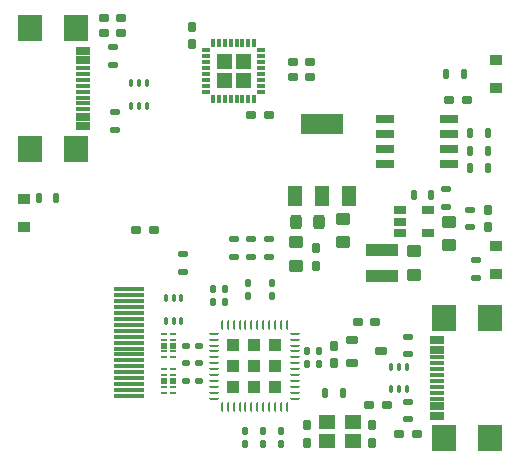
<source format=gtp>
%FSLAX46Y46*%
%MOMM*%
%AMPS36*
21,1,1.000000,1.000000,0.000000,0.000000,180.000000*
4,1,4,
-1.250000,0.500000,
-1.250000,-0.500000,
-2.250000,-0.500000,
-2.250000,0.500000,
-1.250000,0.500000,
0*
4,1,4,
2.250000,-1.250000,
2.250000,-2.250000,
1.250000,-2.250000,
1.250000,-1.250000,
2.250000,-1.250000,
0*
4,1,4,
-1.250000,2.250000,
-1.250000,1.250000,
-2.250000,1.250000,
-2.250000,2.250000,
-1.250000,2.250000,
0*
4,1,4,
2.250000,0.500000,
2.250000,-0.500000,
1.250000,-0.500000,
1.250000,0.500000,
2.250000,0.500000,
0*
4,1,4,
-1.250000,-1.250000,
-1.250000,-2.250000,
-2.250000,-2.250000,
-2.250000,-1.250000,
-1.250000,-1.250000,
0*
4,1,4,
2.250000,2.250000,
2.250000,1.250000,
1.250000,1.250000,
1.250000,2.250000,
2.250000,2.250000,
0*
4,1,4,
0.500000,2.250000,
0.500000,1.250000,
-0.500000,1.250000,
-0.500000,2.250000,
0.500000,2.250000,
0*
4,1,4,
0.500000,-1.250000,
0.500000,-2.250000,
-0.500000,-2.250000,
-0.500000,-1.250000,
0.500000,-1.250000,
0*
%
%ADD36PS36*%
%AMPS30*
21,1,0.900000,1.000000,0.000000,0.000000,90.000000*
%
%ADD30PS30*%
%AMPS43*
21,1,0.900000,1.000000,0.000000,0.000000,270.000000*
%
%ADD43PS43*%
%AMPS18*
21,1,0.250000,0.500000,0.000000,0.000000,90.000000*
%
%ADD18PS18*%
%AMPS21*
21,1,0.250000,0.500000,0.000000,0.000000,270.000000*
%
%ADD21PS21*%
%AMPS39*
21,1,0.600000,1.500000,0.000000,0.000000,90.000000*
%
%ADD39PS39*%
%AMPS38*
21,1,0.600000,1.500000,0.000000,0.000000,270.000000*
%
%ADD38PS38*%
%AMPS19*
21,1,0.450000,0.500000,0.000000,0.000000,90.000000*
%
%ADD19PS19*%
%AMPS20*
21,1,0.450000,0.500000,0.000000,0.000000,270.000000*
%
%ADD20PS20*%
%AMPS40*
21,1,1.250000,1.750000,0.000000,0.000000,0.000000*
%
%ADD40PS40*%
%AMPS44*
21,1,0.600000,1.150000,0.000000,0.000000,90.000000*
%
%ADD44PS44*%
%AMPS26*
21,1,0.600000,1.150000,0.000000,0.000000,270.000000*
%
%ADD26PS26*%
%AMPS48*
21,1,0.300000,0.600000,0.000000,0.000000,0.000000*
%
%ADD48PS48*%
%AMPS50*
21,1,0.300000,0.600000,0.000000,0.000000,90.000000*
%
%ADD50PS50*%
%AMPS49*
21,1,0.300000,0.600000,0.000000,0.000000,180.000000*
%
%ADD49PS49*%
%AMPS51*
21,1,0.300000,0.600000,0.000000,0.000000,270.000000*
%
%ADD51PS51*%
%AMPS41*
21,1,3.500000,1.750000,0.000000,0.000000,0.000000*
%
%ADD41PS41*%
%AMPS53*
21,1,0.300000,2.600000,0.000000,0.000000,270.000000*
%
%ADD53PS53*%
%AMPS12*
21,1,1.000000,2.700000,0.000000,0.000000,270.000000*
%
%ADD12PS12*%
%AMPS45*
21,1,2.180000,2.000000,0.000000,0.000000,90.000000*
%
%ADD45PS45*%
%AMPS27*
21,1,2.180000,2.000000,0.000000,0.000000,270.000000*
%
%ADD27PS27*%
%AMPS46*
21,1,0.300000,1.150000,0.000000,0.000000,90.000000*
%
%ADD46PS46*%
%AMPS28*
21,1,0.300000,1.150000,0.000000,0.000000,270.000000*
%
%ADD28PS28*%
%AMPS14*
21,1,0.700000,1.000000,0.000000,0.000000,270.000000*
%
%ADD14PS14*%
%AMPS47*
21,1,1.400000,1.200000,0.000000,0.000000,180.000000*
%
%ADD47PS47*%
%AMPS17*
1,1,0.360000,-0.220000,-0.195000*
1,1,0.360000,-0.220000,0.195000*
21,1,0.800000,0.390000,0.000000,0.000000,0.000000*
21,1,0.440000,0.750000,0.000000,0.000000,0.000000*
1,1,0.360000,0.220000,-0.195000*
1,1,0.360000,0.220000,0.195000*
%
%ADD17PS17*%
%AMPS11*
1,1,0.360000,0.195000,-0.220000*
1,1,0.360000,-0.195000,-0.220000*
21,1,0.800000,0.390000,0.000000,0.000000,90.000000*
21,1,0.440000,0.750000,0.000000,0.000000,90.000000*
1,1,0.360000,0.195000,0.220000*
1,1,0.360000,-0.195000,0.220000*
%
%ADD11PS11*%
%AMPS31*
1,1,0.360000,0.220000,0.195000*
1,1,0.360000,0.220000,-0.195000*
21,1,0.800000,0.390000,0.000000,0.000000,180.000000*
21,1,0.440000,0.750000,0.000000,0.000000,180.000000*
1,1,0.360000,-0.220000,0.195000*
1,1,0.360000,-0.220000,-0.195000*
%
%ADD31PS31*%
%AMPS25*
1,1,0.360000,-0.195000,0.220000*
1,1,0.360000,0.195000,0.220000*
21,1,0.800000,0.390000,0.000000,0.000000,270.000000*
21,1,0.440000,0.750000,0.000000,0.000000,270.000000*
1,1,0.360000,-0.195000,-0.220000*
1,1,0.360000,0.195000,-0.220000*
%
%ADD25PS25*%
%AMPS13*
1,1,0.500000,0.375000,-0.250000*
1,1,0.500000,-0.375000,-0.250000*
21,1,1.000000,0.750000,0.000000,0.000000,90.000000*
21,1,0.500000,1.250000,0.000000,0.000000,90.000000*
1,1,0.500000,0.375000,0.250000*
1,1,0.500000,-0.375000,0.250000*
%
%ADD13PS13*%
%AMPS54*
1,1,0.500000,0.250000,0.375000*
1,1,0.500000,0.250000,-0.375000*
21,1,1.000000,0.750000,0.000000,0.000000,180.000000*
21,1,0.500000,1.250000,0.000000,0.000000,180.000000*
1,1,0.500000,-0.250000,0.375000*
1,1,0.500000,-0.250000,-0.375000*
%
%ADD54PS54*%
%AMPS42*
1,1,0.500000,-0.375000,0.250000*
1,1,0.500000,0.375000,0.250000*
21,1,1.000000,0.750000,0.000000,0.000000,270.000000*
21,1,0.500000,1.250000,0.000000,0.000000,270.000000*
1,1,0.500000,-0.375000,-0.250000*
1,1,0.500000,0.375000,-0.250000*
%
%ADD42PS42*%
%AMPS35*
1,1,0.125000,0.062500,0.337500*
1,1,0.125000,0.062500,-0.337500*
21,1,0.250000,0.675000,0.000000,0.000000,180.000000*
21,1,0.125000,0.800000,0.000000,0.000000,180.000000*
1,1,0.125000,-0.062500,0.337500*
1,1,0.125000,-0.062500,-0.337500*
%
%ADD35PS35*%
%AMPS22*
1,1,0.240000,-0.130000,-0.330000*
1,1,0.240000,-0.130000,0.330000*
21,1,0.500000,0.660000,0.000000,0.000000,0.000000*
21,1,0.260000,0.900000,0.000000,0.000000,0.000000*
1,1,0.240000,0.130000,-0.330000*
1,1,0.240000,0.130000,0.330000*
%
%ADD22PS22*%
%AMPS32*
1,1,0.240000,0.330000,-0.130000*
1,1,0.240000,-0.330000,-0.130000*
21,1,0.500000,0.660000,0.000000,0.000000,90.000000*
21,1,0.260000,0.900000,0.000000,0.000000,90.000000*
1,1,0.240000,0.330000,0.130000*
1,1,0.240000,-0.330000,0.130000*
%
%ADD32PS32*%
%AMPS29*
1,1,0.240000,0.130000,0.330000*
1,1,0.240000,0.130000,-0.330000*
21,1,0.500000,0.660000,0.000000,0.000000,180.000000*
21,1,0.260000,0.900000,0.000000,0.000000,180.000000*
1,1,0.240000,-0.130000,0.330000*
1,1,0.240000,-0.130000,-0.330000*
%
%ADD29PS29*%
%AMPS16*
1,1,0.240000,-0.330000,0.130000*
1,1,0.240000,0.330000,0.130000*
21,1,0.500000,0.660000,0.000000,0.000000,270.000000*
21,1,0.260000,0.900000,0.000000,0.000000,270.000000*
1,1,0.240000,-0.330000,-0.130000*
1,1,0.240000,0.330000,-0.130000*
%
%ADD16PS16*%
%AMPS24*
1,1,0.200000,-0.110000,-0.200000*
1,1,0.200000,-0.110000,0.200000*
21,1,0.420000,0.400000,0.000000,0.000000,0.000000*
21,1,0.220000,0.600000,0.000000,0.000000,0.000000*
1,1,0.200000,0.110000,-0.200000*
1,1,0.200000,0.110000,0.200000*
%
%ADD24PS24*%
%AMPS23*
1,1,0.200000,0.110000,0.200000*
1,1,0.200000,0.110000,-0.200000*
21,1,0.420000,0.400000,0.000000,0.000000,180.000000*
21,1,0.220000,0.600000,0.000000,0.000000,180.000000*
1,1,0.200000,-0.110000,0.200000*
1,1,0.200000,-0.110000,-0.200000*
%
%ADD23PS23*%
%AMPS10*
1,1,0.240000,0.130000,-0.180000*
1,1,0.240000,-0.130000,-0.180000*
21,1,0.600000,0.260000,0.000000,0.000000,90.000000*
21,1,0.360000,0.500000,0.000000,0.000000,90.000000*
1,1,0.240000,0.130000,0.180000*
1,1,0.240000,-0.130000,0.180000*
%
%ADD10PS10*%
%AMPS33*
1,1,0.240000,0.180000,0.130000*
1,1,0.240000,0.180000,-0.130000*
21,1,0.600000,0.260000,0.000000,0.000000,180.000000*
21,1,0.360000,0.500000,0.000000,0.000000,180.000000*
1,1,0.240000,-0.180000,0.130000*
1,1,0.240000,-0.180000,-0.130000*
%
%ADD33PS33*%
%AMPS15*
1,1,0.240000,-0.130000,0.180000*
1,1,0.240000,0.130000,0.180000*
21,1,0.600000,0.260000,0.000000,0.000000,270.000000*
21,1,0.360000,0.500000,0.000000,0.000000,270.000000*
1,1,0.240000,-0.130000,-0.180000*
1,1,0.240000,0.130000,-0.180000*
%
%ADD15PS15*%
%AMPS37*
1,1,0.340000,0.330000,-0.180000*
1,1,0.340000,-0.330000,-0.180000*
21,1,0.700000,0.660000,0.000000,0.000000,90.000000*
21,1,0.360000,1.000000,0.000000,0.000000,90.000000*
1,1,0.340000,0.330000,0.180000*
1,1,0.340000,-0.330000,0.180000*
%
%ADD37PS37*%
%AMPS34*
1,1,0.125000,0.337500,0.062500*
1,1,0.125000,0.337500,-0.062500*
21,1,0.800000,0.125000,0.000000,0.000000,180.000000*
21,1,0.675000,0.250000,0.000000,0.000000,180.000000*
1,1,0.125000,-0.337500,0.062500*
1,1,0.125000,-0.337500,-0.062500*
%
%ADD34PS34*%
%AMPS52*
4,1,4,
-0.206250,1.443750,
-0.206250,0.206250,
-1.443750,0.206250,
-1.443750,1.443750,
-0.206250,1.443750,
0*
4,1,4,
-0.206250,-0.206250,
-0.206250,-1.443750,
-1.443750,-1.443750,
-1.443750,-0.206250,
-0.206250,-0.206250,
0*
4,1,4,
1.443750,-0.206250,
1.443750,-1.443750,
0.206250,-1.443750,
0.206250,-0.206250,
1.443750,-0.206250,
0*
4,1,4,
1.443750,1.443750,
1.443750,0.206250,
0.206250,0.206250,
0.206250,1.443750,
1.443750,1.443750,
0*
%
%ADD52PS52*%
G01*
%LPD*%
G01*
%LPD*%
G75*
D10*
X22000000Y16550000D03*
D10*
X22000000Y15450000D03*
D11*
X40250000Y22750000D03*
D11*
X40250000Y21250000D03*
D12*
X31300000Y19350000D03*
D12*
X31300000Y17150000D03*
D11*
X15250000Y38250000D03*
D11*
X15250000Y36750000D03*
D13*
X24000008Y18000056D03*
D13*
X24000008Y20000056D03*
D14*
X32800000Y21750000D03*
D14*
X35200000Y20800000D03*
D14*
X32800000Y22700000D03*
D14*
X35200000Y22700000D03*
D14*
X32800000Y20800000D03*
D15*
X21250000Y2950000D03*
D15*
X21250000Y4050000D03*
D16*
X14500000Y19000000D03*
D16*
X14500000Y17500000D03*
D10*
X17000000Y16050000D03*
D10*
X17000000Y14950000D03*
D17*
X25250000Y34000000D03*
D17*
X23750000Y34000000D03*
D18*
X13650000Y10249998D03*
D18*
X13650000Y12249998D03*
D19*
X13650000Y11249998D03*
D20*
X12850000Y11249998D03*
D21*
X12850000Y12249998D03*
D21*
X12850000Y10249998D03*
D18*
X13650000Y10749998D03*
D21*
X12850000Y10749998D03*
D18*
X13650000Y11749998D03*
D21*
X12850000Y11749998D03*
D10*
X18000000Y16050000D03*
D10*
X18000000Y14950000D03*
D22*
X36750000Y34250000D03*
D22*
X38250000Y34250000D03*
D23*
X10100000Y33450000D03*
D23*
X11400000Y33450000D03*
D23*
X10750000Y33450000D03*
D24*
X10100000Y31550000D03*
D24*
X11400000Y31550000D03*
D24*
X10750000Y31550000D03*
D25*
X25750000Y18000000D03*
D25*
X25750000Y19500000D03*
D26*
X6005000Y29800000D03*
D27*
X5430000Y38110000D03*
D28*
X6005000Y34250000D03*
D27*
X1500000Y27890000D03*
D28*
X6005000Y31750000D03*
D27*
X5430000Y27890000D03*
D28*
X6005000Y33250000D03*
D28*
X6005000Y34750000D03*
D28*
X6005000Y31250000D03*
D26*
X6005000Y35400000D03*
D27*
X1500000Y38110000D03*
D28*
X6005000Y32750000D03*
D26*
X6005000Y30600000D03*
D26*
X6005000Y36200000D03*
D28*
X6005000Y33750000D03*
D28*
X6005000Y32250000D03*
D16*
X33520000Y6500000D03*
D16*
X33520000Y5000000D03*
D29*
X35500000Y24000000D03*
D29*
X34000000Y24000000D03*
D30*
X1000000Y23700000D03*
D30*
X1000000Y21300000D03*
D31*
X32750000Y3750000D03*
D31*
X34250000Y3750000D03*
D32*
X8750000Y29500000D03*
D32*
X8750000Y31000000D03*
D10*
X26000000Y10800000D03*
D10*
X26000000Y9700000D03*
D10*
X20000000Y16550000D03*
D10*
X20000000Y15450000D03*
D17*
X9250000Y37750000D03*
D17*
X7750000Y37750000D03*
D32*
X8500000Y35000000D03*
D32*
X8500000Y36500000D03*
D33*
X14700000Y8250000D03*
D33*
X15800000Y8250000D03*
D29*
X40250000Y26250000D03*
D29*
X38750000Y26250000D03*
D16*
X18750000Y20250000D03*
D16*
X18750000Y18750000D03*
D34*
X23950000Y9750000D03*
D35*
X21750000Y6050000D03*
D35*
X21250000Y6050000D03*
D34*
X23950000Y12250000D03*
D34*
X23950000Y8750000D03*
D35*
X20750000Y12950000D03*
D35*
X18750000Y6050000D03*
D36*
X20500000Y9500000D03*
D34*
X17050000Y6750000D03*
D34*
X23950000Y6750000D03*
D35*
X21250000Y12950000D03*
D34*
X17050000Y12250000D03*
D34*
X23950000Y10250000D03*
D35*
X20250000Y12950000D03*
D34*
X17050000Y10750000D03*
D34*
X23950000Y9250000D03*
D34*
X23950000Y11750000D03*
D34*
X17050000Y9250000D03*
D34*
X17050000Y11750000D03*
D35*
X19250000Y12950000D03*
D35*
X21750000Y12950000D03*
D35*
X17750000Y6050000D03*
D34*
X23950000Y11250000D03*
D35*
X23250000Y6050000D03*
D34*
X23950000Y8250000D03*
D34*
X17050000Y9750000D03*
D35*
X20750000Y6050000D03*
D35*
X20250000Y6050000D03*
D35*
X18250000Y6050000D03*
D34*
X17050000Y8250000D03*
D35*
X18250000Y12950000D03*
D35*
X22750000Y6050000D03*
D34*
X17050000Y7750000D03*
D34*
X23950000Y7750000D03*
D34*
X17050000Y8750000D03*
D34*
X23950000Y10750000D03*
D34*
X17050000Y11250000D03*
D35*
X17750000Y12950000D03*
D34*
X17050000Y7250000D03*
D35*
X18750000Y12950000D03*
D35*
X23250000Y12950000D03*
D35*
X22250000Y12950000D03*
D35*
X22250000Y6050000D03*
D35*
X22750000Y12950000D03*
D34*
X17050000Y10250000D03*
D34*
X23950000Y7250000D03*
D35*
X19250000Y6050000D03*
D35*
X19750000Y12950000D03*
D35*
X19750000Y6050000D03*
D24*
X33400000Y7550000D03*
D24*
X32100000Y7550000D03*
D24*
X32750000Y7550000D03*
D23*
X33400000Y9450000D03*
D23*
X32100000Y9450000D03*
D23*
X32750000Y9450000D03*
D37*
X31200000Y10750000D03*
D37*
X28800000Y11700000D03*
D37*
X28800000Y9800000D03*
D16*
X33500000Y12000000D03*
D16*
X33500000Y10500000D03*
D31*
X29250000Y13250000D03*
D31*
X30750000Y13250000D03*
D18*
X13650000Y7249998D03*
D18*
X13650000Y9249998D03*
D19*
X13650000Y8249998D03*
D20*
X12850000Y8249998D03*
D21*
X12850000Y9249998D03*
D21*
X12850000Y7249998D03*
D18*
X13650000Y7749998D03*
D21*
X12850000Y7749998D03*
D18*
X13650000Y8749998D03*
D21*
X12850000Y8749998D03*
D31*
X7750000Y39000000D03*
D31*
X9250000Y39000000D03*
D33*
X14700000Y11250000D03*
D33*
X15800000Y11250000D03*
D38*
X31550000Y29135000D03*
D38*
X31550000Y26595000D03*
D39*
X36950000Y29135000D03*
D38*
X31550000Y30405000D03*
D38*
X31550000Y27865000D03*
D39*
X36950000Y26595000D03*
D39*
X36950000Y27865000D03*
D39*
X36950000Y30405000D03*
D23*
X13025000Y15250000D03*
D23*
X14325000Y15250000D03*
D23*
X13675000Y15250000D03*
D24*
X13025000Y13350000D03*
D24*
X14325000Y13350000D03*
D24*
X13675000Y13350000D03*
D10*
X25000000Y10800000D03*
D10*
X25000000Y9700000D03*
D33*
X14700000Y9750000D03*
D33*
X15800000Y9750000D03*
D13*
X37000008Y19750056D03*
D13*
X37000008Y21750056D03*
D40*
X28550000Y23950000D03*
D40*
X26250000Y23950000D03*
D40*
X23950000Y23950000D03*
D41*
X26250000Y30050000D03*
D16*
X39250000Y18500000D03*
D16*
X39250000Y17000000D03*
D11*
X27250000Y11250000D03*
D11*
X27250000Y9750000D03*
D31*
X20250000Y30750000D03*
D31*
X21750000Y30750000D03*
D29*
X40250000Y29250000D03*
D29*
X38750000Y29250000D03*
D17*
X38500000Y32000000D03*
D17*
X37000000Y32000000D03*
D29*
X40250000Y27750000D03*
D29*
X38750000Y27750000D03*
D15*
X19750000Y2950000D03*
D15*
X19750000Y4050000D03*
D42*
X27999992Y21999944D03*
D42*
X27999992Y19999944D03*
D13*
X34000008Y17250056D03*
D13*
X34000008Y19250056D03*
D16*
X21750000Y20250000D03*
D16*
X21750000Y18750000D03*
D43*
X41000000Y17300000D03*
D43*
X41000000Y19700000D03*
D44*
X35995000Y11700000D03*
D45*
X36570000Y3390000D03*
D46*
X35995000Y7250000D03*
D45*
X40500000Y13610000D03*
D46*
X35995000Y9750000D03*
D45*
X36570000Y13610000D03*
D46*
X35995000Y8250000D03*
D46*
X35995000Y6750000D03*
D46*
X35995000Y10250000D03*
D44*
X35995000Y6100000D03*
D45*
X40500000Y3390000D03*
D46*
X35995000Y8750000D03*
D44*
X35995000Y10900000D03*
D44*
X35995000Y5300000D03*
D46*
X35995000Y7750000D03*
D46*
X35995000Y9250000D03*
D32*
X36750000Y23000000D03*
D32*
X36750000Y24500000D03*
D47*
X26650000Y3200000D03*
D47*
X28850000Y3200000D03*
D47*
X28850000Y4800000D03*
D47*
X26650000Y4800000D03*
D48*
X18000000Y32150000D03*
D49*
X18000000Y36850000D03*
D50*
X21100000Y34250000D03*
D48*
X20500000Y32150000D03*
D51*
X16400000Y35250000D03*
D48*
X17000000Y32150000D03*
D49*
X19500000Y36850000D03*
D50*
X21100000Y34750000D03*
D51*
X16400000Y33250000D03*
D48*
X18500000Y32150000D03*
D50*
X21100000Y35250000D03*
D48*
X20000000Y32150000D03*
D49*
X18500000Y36850000D03*
D50*
X21100000Y36250000D03*
D49*
X20000000Y36850000D03*
D51*
X16400000Y35750000D03*
D49*
X19000000Y36850000D03*
D52*
X18750000Y34500000D03*
D51*
X16400000Y32750000D03*
D50*
X21100000Y33250000D03*
D51*
X16400000Y36250000D03*
D51*
X16400000Y33750000D03*
D51*
X16400000Y34250000D03*
D50*
X21100000Y33750000D03*
D51*
X16400000Y34750000D03*
D49*
X20500000Y36850000D03*
D49*
X17000000Y36850000D03*
D48*
X19000000Y32150000D03*
D49*
X17500000Y36850000D03*
D48*
X19500000Y32150000D03*
D48*
X17500000Y32150000D03*
D50*
X21100000Y32750000D03*
D50*
X21100000Y35750000D03*
D31*
X30250000Y6250000D03*
D31*
X31750000Y6250000D03*
D29*
X3750000Y23750000D03*
D29*
X2250000Y23750000D03*
D22*
X26500000Y7250000D03*
D22*
X28000000Y7250000D03*
D31*
X23750000Y35250000D03*
D31*
X25250000Y35250000D03*
D16*
X20250000Y20250000D03*
D16*
X20250000Y18750000D03*
D25*
X30500000Y3000000D03*
D25*
X30500000Y4500000D03*
D31*
X10500000Y21000000D03*
D31*
X12000000Y21000000D03*
D53*
X9870000Y10000000D03*
D53*
X9870000Y15500000D03*
D53*
X9870000Y7000000D03*
D53*
X9870000Y7500000D03*
D53*
X9870000Y8000000D03*
D53*
X9870000Y13000000D03*
D53*
X9870000Y12500000D03*
D53*
X9870000Y14500000D03*
D53*
X9870000Y11000000D03*
D53*
X9870000Y9500000D03*
D53*
X9870000Y8500000D03*
D53*
X9870000Y12000000D03*
D53*
X9870000Y13500000D03*
D53*
X9870000Y16000000D03*
D53*
X9870000Y10500000D03*
D53*
X9870000Y11500000D03*
D53*
X9870000Y9000000D03*
D53*
X9870000Y15000000D03*
D53*
X9870000Y14000000D03*
D32*
X38750000Y21250000D03*
D32*
X38750000Y22750000D03*
D54*
X25999944Y21750008D03*
D54*
X23999944Y21750008D03*
D43*
X41000000Y33050000D03*
D43*
X41000000Y35450000D03*
D15*
X22750000Y2950000D03*
D15*
X22750000Y4050000D03*
D11*
X25000000Y4500000D03*
D11*
X25000000Y3000000D03*
M02*

</source>
